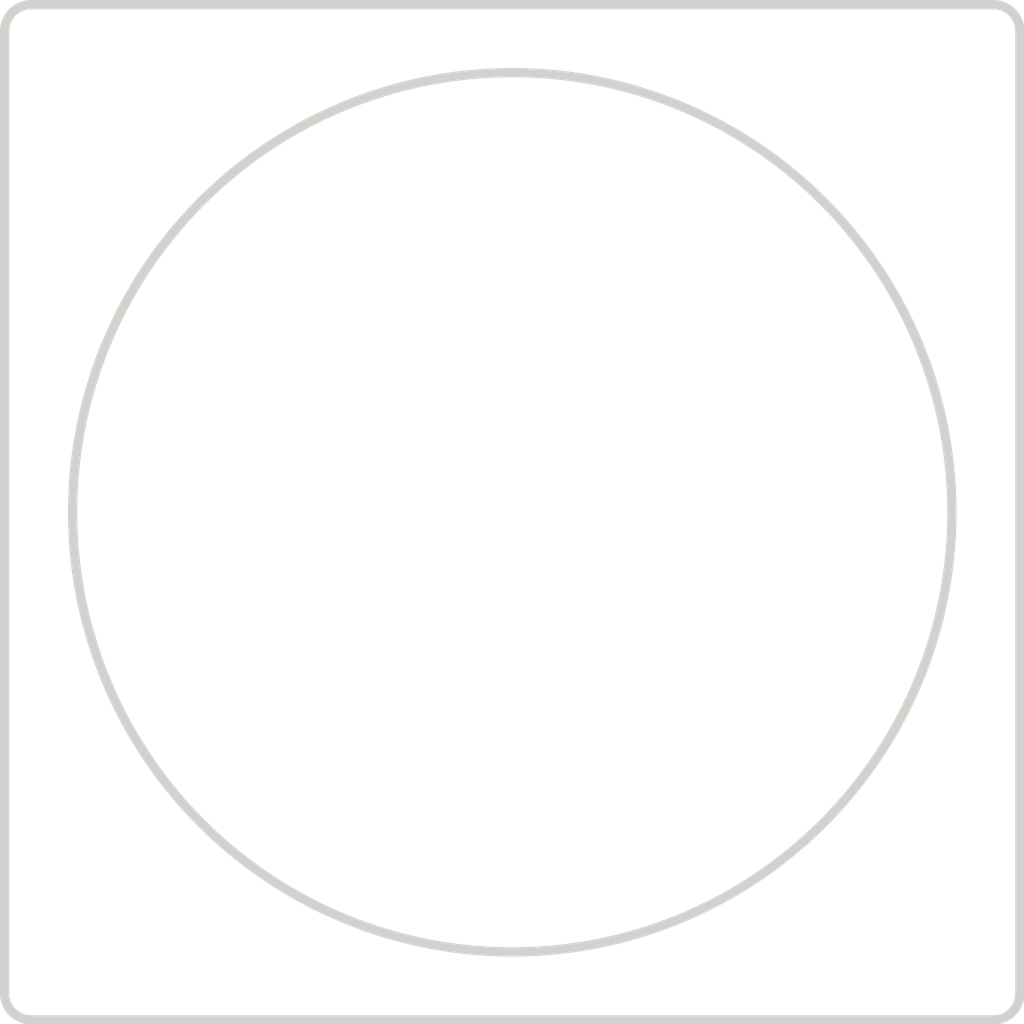
<source format=kicad_pcb>
(kicad_pcb (version 20221018) (generator pcbnew)
  (layers (0 "F.Cu" signal) (31 "B.Cu" signal) (34 "B.Paste" user) (35 "F.Paste" user) (36 "B.SilkS" user "B.Silkscreen") (37 "F.SilkS" user "F.Silkscreen") (38 "B.Mask" user) (39 "F.Mask" user) (44 "Edge.Cuts" user))
  (net 0 "")
  (footprint "" (layer "F.Cu") (at 159.54373 86.121895)
    (fp_text reference "" (at 0 0) (layer "F.SilkS") (effects (font (size 1.27 1.27))))
    (fp_text value "" (at 0 0) (layer "F.SilkS") (effects (font (size 1.27 1.27))))
    (pad "" np_thru_hole circle (at 0 0) (size 2.4 2.4) (drill 2.4) (layers "F&B.Cu" "*.Mask"))
  )
  (footprint "" (layer "F.Cu") (at 159.543729 116.284355)
    (fp_text reference "" (at 0 0) (layer "F.SilkS") (effects (font (size 1.27 1.27))))
    (fp_text value "" (at 0 0) (layer "F.SilkS") (effects (font (size 1.27 1.27))))
    (pad "" np_thru_hole circle (at 0 0) (size 2.4 2.4) (drill 2.4) (layers "F&B.Cu" "*.Mask"))
  )
  (footprint "" (layer "F.Cu") (at 129.38127 86.121894)
    (fp_text reference "" (at 0 0) (layer "F.SilkS") (effects (font (size 1.27 1.27))))
    (fp_text value "" (at 0 0) (layer "F.SilkS") (effects (font (size 1.27 1.27))))
    (pad "" np_thru_hole circle (at 0 0) (size 2.4 2.4) (drill 2.4) (layers "F&B.Cu" "*.Mask"))
  )
  (footprint "" (layer "F.Cu") (at 129.381269 116.284354)
    (fp_text reference "" (at 0 0) (layer "F.SilkS") (effects (font (size 1.27 1.27))))
    (fp_text value "" (at 0 0) (layer "F.SilkS") (effects (font (size 1.27 1.27))))
    (pad "" np_thru_hole circle (at 0 0) (size 2.4 2.4) (drill 2.4) (layers "F&B.Cu" "*.Mask"))
  )
  (gr_line (start 162.521194 120.253125) (end 126.403805 120.253125) (stroke (width 0.35)) (layer "Edge.Cuts"))
  (gr_line (start 163.5125 83.14443) (end 163.5125 119.261819) (stroke (width 0.35)) (layer "Edge.Cuts"))
  (gr_curve (pts (xy 125.4125 83.14443) (xy 125.4125 82.596947) (xy 125.856322 82.153125) (xy 126.403805 82.153125)) (stroke (width 0.35)) (layer "Edge.Cuts"))
  (gr_line (start 125.4125 119.261819) (end 125.4125 83.14443) (stroke (width 0.35)) (layer "Edge.Cuts"))
  (gr_line (start 126.403805 82.153125) (end 162.521194 82.153125) (stroke (width 0.35)) (layer "Edge.Cuts"))
  (gr_circle (center 144.4625 101.203125) (end 160.9625 101.203125) (stroke (width 0.35)) (fill none) (layer "Edge.Cuts"))
  (gr_curve (pts (xy 163.5125 119.261819) (xy 163.5125 119.809302) (xy 163.068677 120.253125) (xy 162.521194 120.253125)) (stroke (width 0.35)) (layer "Edge.Cuts"))
  (gr_curve (pts (xy 162.521194 82.153125) (xy 163.068677 82.153125) (xy 163.5125 82.596947) (xy 163.5125 83.14443)) (stroke (width 0.35)) (layer "Edge.Cuts"))
  (gr_curve (pts (xy 126.403805 120.253125) (xy 125.856322 120.253125) (xy 125.4125 119.809302) (xy 125.4125 119.261819)) (stroke (width 0.35)) (layer "Edge.Cuts"))
)
</source>
